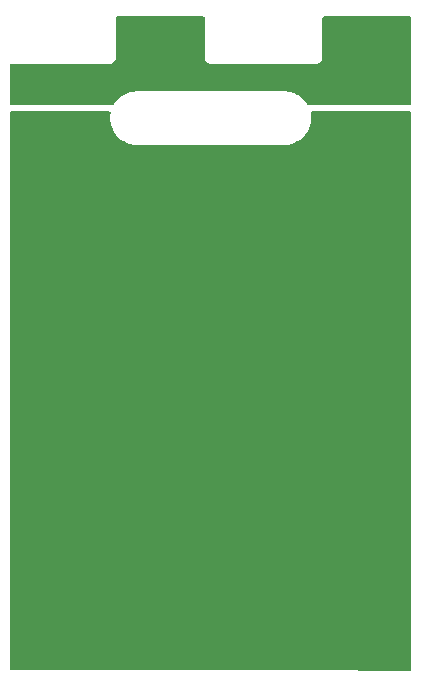
<source format=gtl>
%TF.GenerationSoftware,KiCad,Pcbnew,(5.99.0-11336-g5116fa6d12)*%
%TF.CreationDate,2021-08-09T23:44:28+02:00*%
%TF.ProjectId,CautionHot_Sign,43617574-696f-46e4-986f-745f5369676e,rev?*%
%TF.SameCoordinates,Original*%
%TF.FileFunction,Copper,L1,Top*%
%TF.FilePolarity,Positive*%
%FSLAX46Y46*%
G04 Gerber Fmt 4.6, Leading zero omitted, Abs format (unit mm)*
G04 Created by KiCad (PCBNEW (5.99.0-11336-g5116fa6d12)) date 2021-08-09 23:44:28*
%MOMM*%
%LPD*%
G01*
G04 APERTURE LIST*
G04 APERTURE END LIST*
%TA.AperFunction,NonConductor*%
G36*
X146500121Y-72001002D02*
G01*
X146546614Y-72054658D01*
X146558000Y-72107000D01*
X146558000Y-75464298D01*
X146557998Y-75465068D01*
X146557524Y-75542652D01*
X146559990Y-75551281D01*
X146559991Y-75551286D01*
X146565639Y-75571048D01*
X146569217Y-75587809D01*
X146572130Y-75608152D01*
X146572133Y-75608162D01*
X146573405Y-75617045D01*
X146584021Y-75640395D01*
X146590464Y-75657907D01*
X146597512Y-75682565D01*
X146613274Y-75707548D01*
X146621404Y-75722614D01*
X146633633Y-75749510D01*
X146650374Y-75768939D01*
X146661479Y-75783947D01*
X146675160Y-75805631D01*
X146681888Y-75811573D01*
X146697296Y-75825181D01*
X146709340Y-75837373D01*
X146728619Y-75859747D01*
X146736147Y-75864626D01*
X146736150Y-75864629D01*
X146750139Y-75873696D01*
X146765013Y-75884986D01*
X146784228Y-75901956D01*
X146792354Y-75905771D01*
X146792355Y-75905772D01*
X146798021Y-75908432D01*
X146810966Y-75914510D01*
X146825935Y-75922824D01*
X146850727Y-75938893D01*
X146867650Y-75943954D01*
X146875290Y-75946239D01*
X146892736Y-75952901D01*
X146915948Y-75963799D01*
X146945130Y-75968343D01*
X146961849Y-75972126D01*
X146981536Y-75978014D01*
X146981539Y-75978015D01*
X146990141Y-75980587D01*
X146999116Y-75980642D01*
X146999117Y-75980642D01*
X147005810Y-75980683D01*
X147024556Y-75980797D01*
X147025328Y-75980830D01*
X147026423Y-75981000D01*
X147057298Y-75981000D01*
X147058068Y-75981002D01*
X147131716Y-75981452D01*
X147131717Y-75981452D01*
X147135652Y-75981476D01*
X147136996Y-75981092D01*
X147138341Y-75981000D01*
X156007297Y-75981000D01*
X156008068Y-75981002D01*
X156085651Y-75981476D01*
X156094280Y-75979010D01*
X156094285Y-75979009D01*
X156114047Y-75973361D01*
X156130808Y-75969783D01*
X156151151Y-75966870D01*
X156151161Y-75966867D01*
X156160044Y-75965595D01*
X156183394Y-75954979D01*
X156200906Y-75948536D01*
X156216936Y-75943954D01*
X156225564Y-75941488D01*
X156250547Y-75925726D01*
X156265613Y-75917596D01*
X156292509Y-75905367D01*
X156311938Y-75888626D01*
X156326946Y-75877521D01*
X156341038Y-75868630D01*
X156348630Y-75863840D01*
X156368181Y-75841703D01*
X156380373Y-75829659D01*
X156395948Y-75816239D01*
X156395949Y-75816237D01*
X156402746Y-75810381D01*
X156407627Y-75802851D01*
X156407628Y-75802850D01*
X156416695Y-75788861D01*
X156427985Y-75773987D01*
X156439011Y-75761502D01*
X156444955Y-75754772D01*
X156457509Y-75728034D01*
X156465823Y-75713065D01*
X156481892Y-75688273D01*
X156489238Y-75663709D01*
X156495900Y-75646264D01*
X156502982Y-75631179D01*
X156506798Y-75623052D01*
X156511342Y-75593870D01*
X156515125Y-75577151D01*
X156521013Y-75557464D01*
X156521014Y-75557461D01*
X156523586Y-75548859D01*
X156523796Y-75514444D01*
X156523829Y-75513672D01*
X156523999Y-75512577D01*
X156523999Y-75481702D01*
X156524001Y-75480932D01*
X156524451Y-75407284D01*
X156524451Y-75407283D01*
X156524475Y-75403348D01*
X156524091Y-75402004D01*
X156523999Y-75400659D01*
X156523999Y-72107001D01*
X156544001Y-72038880D01*
X156597657Y-71992387D01*
X156649999Y-71981001D01*
X163932000Y-71981001D01*
X164000121Y-72001003D01*
X164046614Y-72054659D01*
X164058000Y-72107001D01*
X164058000Y-79376000D01*
X164037998Y-79444121D01*
X163984342Y-79490614D01*
X163932000Y-79502000D01*
X155372574Y-79502000D01*
X155304453Y-79481998D01*
X155262160Y-79436702D01*
X155228172Y-79374878D01*
X155228165Y-79374867D01*
X155226259Y-79371400D01*
X155059255Y-79141540D01*
X154864760Y-78934423D01*
X154645839Y-78753317D01*
X154474333Y-78644477D01*
X154409293Y-78603201D01*
X154409292Y-78603201D01*
X154405946Y-78601077D01*
X154257850Y-78531389D01*
X154152454Y-78481793D01*
X154152450Y-78481791D01*
X154148864Y-78480104D01*
X153878647Y-78392306D01*
X153599557Y-78339067D01*
X153471992Y-78331042D01*
X153348324Y-78323261D01*
X153335335Y-78321764D01*
X153333343Y-78321429D01*
X153333341Y-78321429D01*
X153328534Y-78320620D01*
X153322036Y-78320541D01*
X153320854Y-78320526D01*
X153320850Y-78320526D01*
X153315995Y-78320467D01*
X153291710Y-78323945D01*
X153288407Y-78324418D01*
X153270544Y-78325691D01*
X140869209Y-78325691D01*
X140848305Y-78323945D01*
X140837552Y-78322136D01*
X140828541Y-78320620D01*
X140822443Y-78320546D01*
X140820870Y-78320526D01*
X140820865Y-78320526D01*
X140816002Y-78320467D01*
X140811179Y-78321157D01*
X140810864Y-78321178D01*
X140801545Y-78322136D01*
X140772793Y-78323945D01*
X140532440Y-78339067D01*
X140253350Y-78392306D01*
X139983133Y-78480105D01*
X139979547Y-78481792D01*
X139979543Y-78481794D01*
X139874147Y-78531390D01*
X139726051Y-78601078D01*
X139486159Y-78753319D01*
X139267238Y-78934425D01*
X139072743Y-79141542D01*
X138905740Y-79371402D01*
X138903830Y-79374876D01*
X138903827Y-79374881D01*
X138869842Y-79436700D01*
X138819497Y-79486759D01*
X138759427Y-79502000D01*
X130200000Y-79502000D01*
X130131879Y-79481998D01*
X130085386Y-79428342D01*
X130074000Y-79376000D01*
X130074000Y-76107000D01*
X130094002Y-76038879D01*
X130147658Y-75992386D01*
X130200000Y-75981000D01*
X138478192Y-75981001D01*
X138507297Y-75981001D01*
X138508068Y-75981003D01*
X138585652Y-75981477D01*
X138594281Y-75979011D01*
X138594286Y-75979010D01*
X138614048Y-75973362D01*
X138630809Y-75969784D01*
X138651152Y-75966871D01*
X138651162Y-75966868D01*
X138660045Y-75965596D01*
X138683395Y-75954980D01*
X138700907Y-75948537D01*
X138716937Y-75943955D01*
X138725565Y-75941489D01*
X138733153Y-75936702D01*
X138737416Y-75934012D01*
X138750548Y-75925727D01*
X138765614Y-75917597D01*
X138792510Y-75905368D01*
X138811939Y-75888627D01*
X138826947Y-75877522D01*
X138841039Y-75868631D01*
X138848631Y-75863841D01*
X138868182Y-75841704D01*
X138880374Y-75829660D01*
X138895949Y-75816240D01*
X138895950Y-75816238D01*
X138902747Y-75810382D01*
X138907626Y-75802854D01*
X138907629Y-75802851D01*
X138916696Y-75788862D01*
X138927986Y-75773988D01*
X138939012Y-75761503D01*
X138939013Y-75761502D01*
X138944956Y-75754773D01*
X138957510Y-75728035D01*
X138965824Y-75713066D01*
X138981893Y-75688274D01*
X138989239Y-75663710D01*
X138995901Y-75646265D01*
X138995901Y-75646264D01*
X139006799Y-75623053D01*
X139011343Y-75593871D01*
X139015126Y-75577152D01*
X139021014Y-75557465D01*
X139021015Y-75557462D01*
X139023587Y-75548860D01*
X139023797Y-75514445D01*
X139023830Y-75513673D01*
X139024000Y-75512578D01*
X139024000Y-75481702D01*
X139024002Y-75480933D01*
X139024452Y-75407285D01*
X139024452Y-75407284D01*
X139024476Y-75403349D01*
X139024092Y-75402005D01*
X139024000Y-75400660D01*
X139024000Y-72107001D01*
X139044002Y-72038880D01*
X139097658Y-71992387D01*
X139150000Y-71981001D01*
X142791000Y-71981001D01*
X146432000Y-71981000D01*
X146500121Y-72001002D01*
G37*
%TD.AperFunction*%
%TA.AperFunction,NonConductor*%
G36*
X138538244Y-80030002D02*
G01*
X138584737Y-80083658D01*
X138593811Y-80158966D01*
X138593611Y-80159747D01*
X138558001Y-80441630D01*
X138558001Y-80725752D01*
X138593611Y-81007635D01*
X138594597Y-81011474D01*
X138644207Y-81204690D01*
X138664270Y-81282831D01*
X138768863Y-81547002D01*
X138770764Y-81550461D01*
X138770766Y-81550464D01*
X138880896Y-81750789D01*
X138905740Y-81795980D01*
X139072743Y-82025840D01*
X139267238Y-82232957D01*
X139486159Y-82414063D01*
X139726051Y-82566304D01*
X139874147Y-82635992D01*
X139979543Y-82685588D01*
X139979547Y-82685590D01*
X139983133Y-82687277D01*
X140253350Y-82775076D01*
X140532440Y-82828315D01*
X140660005Y-82836340D01*
X140783673Y-82844121D01*
X140796662Y-82845618D01*
X140798654Y-82845953D01*
X140798656Y-82845953D01*
X140803463Y-82846762D01*
X140809961Y-82846841D01*
X140811143Y-82846856D01*
X140811147Y-82846856D01*
X140816002Y-82846915D01*
X140843590Y-82842964D01*
X140861453Y-82841691D01*
X153262793Y-82841691D01*
X153283697Y-82843437D01*
X153303461Y-82846762D01*
X153309559Y-82846836D01*
X153311132Y-82846856D01*
X153311137Y-82846856D01*
X153316000Y-82846915D01*
X153320823Y-82846225D01*
X153321138Y-82846204D01*
X153330457Y-82845246D01*
X153386960Y-82841691D01*
X153599562Y-82828315D01*
X153878652Y-82775075D01*
X154148869Y-82687276D01*
X154152456Y-82685588D01*
X154152459Y-82685587D01*
X154402365Y-82567990D01*
X154402372Y-82567986D01*
X154405951Y-82566302D01*
X154645843Y-82414062D01*
X154864764Y-82232955D01*
X155059259Y-82025838D01*
X155226262Y-81795978D01*
X155301405Y-81659294D01*
X155361236Y-81550461D01*
X155361237Y-81550458D01*
X155363139Y-81546999D01*
X155467731Y-81282829D01*
X155538389Y-81007632D01*
X155573999Y-80725750D01*
X155573998Y-80441627D01*
X155547668Y-80233204D01*
X155538886Y-80163686D01*
X155538886Y-80163684D01*
X155538388Y-80159745D01*
X155538175Y-80158917D01*
X155544993Y-80088946D01*
X155588987Y-80033223D01*
X155661877Y-80010000D01*
X163932000Y-80010000D01*
X164000121Y-80030002D01*
X164046614Y-80083658D01*
X164058000Y-80136000D01*
X164058000Y-127242775D01*
X164037998Y-127310896D01*
X163984342Y-127357389D01*
X163931753Y-127368775D01*
X155147313Y-127351573D01*
X155111114Y-127346187D01*
X155099994Y-127342826D01*
X155091022Y-127342745D01*
X155091021Y-127342745D01*
X155078343Y-127342631D01*
X155065341Y-127342514D01*
X155063923Y-127342453D01*
X155062242Y-127342191D01*
X155030040Y-127342191D01*
X155028906Y-127342186D01*
X155028329Y-127342181D01*
X154954485Y-127341516D01*
X154952553Y-127342062D01*
X154950621Y-127342191D01*
X150356274Y-127342191D01*
X136047479Y-127314171D01*
X130540603Y-127303387D01*
X130199753Y-127302720D01*
X130131672Y-127282584D01*
X130085284Y-127228838D01*
X130074000Y-127176720D01*
X130074000Y-80136000D01*
X130094002Y-80067879D01*
X130147658Y-80021386D01*
X130200000Y-80010000D01*
X138470123Y-80010000D01*
X138538244Y-80030002D01*
G37*
%TD.AperFunction*%
M02*

</source>
